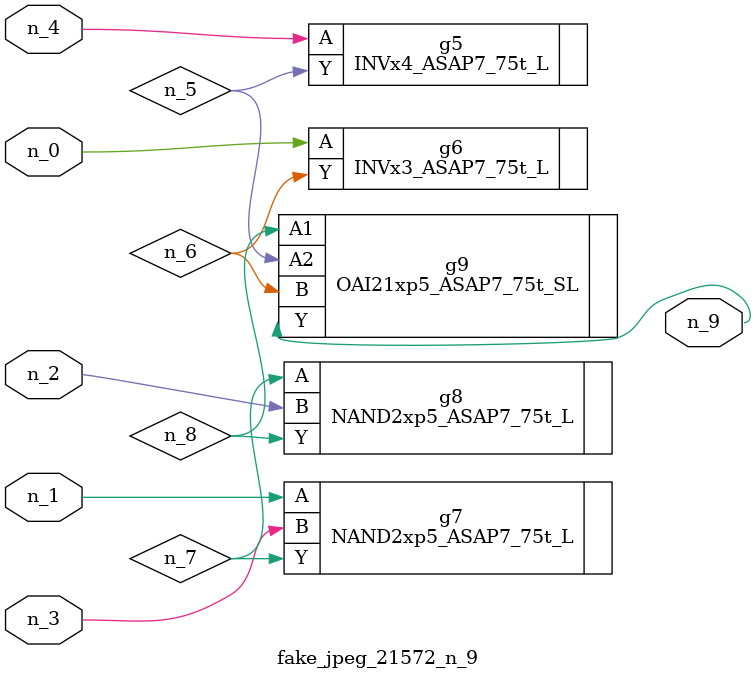
<source format=v>
module fake_jpeg_21572_n_9 (n_3, n_2, n_1, n_0, n_4, n_9);

input n_3;
input n_2;
input n_1;
input n_0;
input n_4;

output n_9;

wire n_8;
wire n_6;
wire n_5;
wire n_7;

INVx4_ASAP7_75t_L g5 ( 
.A(n_4),
.Y(n_5)
);

INVx3_ASAP7_75t_L g6 ( 
.A(n_0),
.Y(n_6)
);

NAND2xp5_ASAP7_75t_L g7 ( 
.A(n_1),
.B(n_3),
.Y(n_7)
);

NAND2xp5_ASAP7_75t_L g8 ( 
.A(n_7),
.B(n_2),
.Y(n_8)
);

OAI21xp5_ASAP7_75t_SL g9 ( 
.A1(n_8),
.A2(n_5),
.B(n_6),
.Y(n_9)
);


endmodule
</source>
